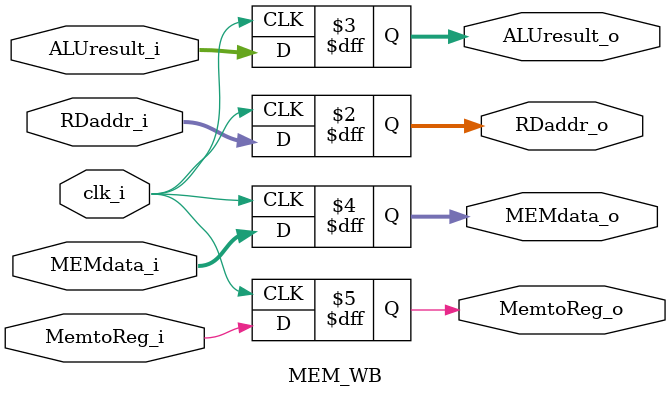
<source format=v>
module MEM_WB
(
    clk_i,
    RDaddr_i,
    RDaddr_o,
    ALUresult_i,
    ALUresult_o,
    MEMdata_i,
    MEMdata_o,
    //###Pipline Control Signals###
    //WB stage control signals
    MemtoReg_i,
    MemtoReg_o
);

// Ports
input               clk_i;
input   [4:0]      RDaddr_i;
output reg  [4:0]  RDaddr_o;
input   [31:0]      ALUresult_i;
output reg  [31:0]  ALUresult_o;
input   [31:0]      MEMdata_i;
output reg  [31:0]  MEMdata_o;
//###Control Signals###
//WB stage control signal
input       MemtoReg_i;
output reg  MemtoReg_o;

always@(posedge clk_i) begin
    RDaddr_o <= RDaddr_i;
    ALUresult_o <= ALUresult_i;
    MEMdata_o <= MEMdata_i;
    //###Control Signals###
    // WB stage control signals
    MemtoReg_o <= MemtoReg_i;
end
endmodule
</source>
